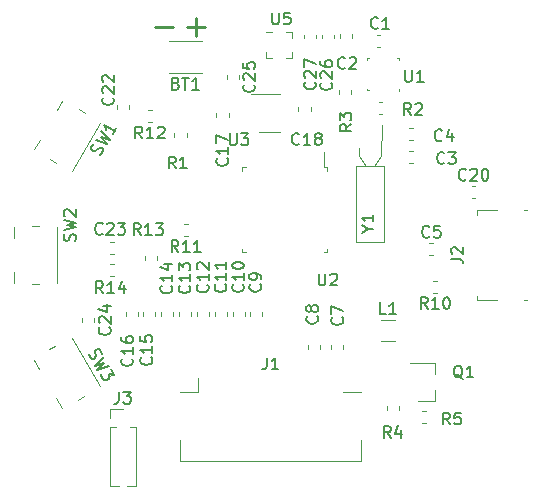
<source format=gbr>
G04 #@! TF.GenerationSoftware,KiCad,Pcbnew,5.1.8-1.fc33*
G04 #@! TF.CreationDate,2020-12-13T19:08:53+01:00*
G04 #@! TF.ProjectId,venom,76656e6f-6d2e-46b6-9963-61645f706362,rev?*
G04 #@! TF.SameCoordinates,Original*
G04 #@! TF.FileFunction,Legend,Top*
G04 #@! TF.FilePolarity,Positive*
%FSLAX46Y46*%
G04 Gerber Fmt 4.6, Leading zero omitted, Abs format (unit mm)*
G04 Created by KiCad (PCBNEW 5.1.8-1.fc33) date 2020-12-13 19:08:53*
%MOMM*%
%LPD*%
G01*
G04 APERTURE LIST*
%ADD10C,0.220000*%
%ADD11C,0.120000*%
%ADD12C,0.100000*%
%ADD13C,0.150000*%
G04 APERTURE END LIST*
D10*
X149728095Y-99482857D02*
X151251904Y-99482857D01*
X152400095Y-99456857D02*
X153923904Y-99456857D01*
X153162000Y-100218761D02*
X153162000Y-98694952D01*
D11*
X166755000Y-111274000D02*
X166755000Y-117674000D01*
X166755000Y-117674000D02*
X169155000Y-117674000D01*
X169155000Y-117674000D02*
X169155000Y-111274000D01*
X169155000Y-111274000D02*
X166755000Y-111274000D01*
X167605000Y-111274000D02*
X167005000Y-110374000D01*
X167005000Y-110374000D02*
X167005000Y-109702600D01*
X168305000Y-111274000D02*
X168905000Y-110374000D01*
X168905000Y-110374000D02*
X168910000Y-107797600D01*
D12*
X170370000Y-102120000D02*
X170220000Y-102120000D01*
X170370000Y-102130000D02*
X170370000Y-102280000D01*
X167670000Y-102130000D02*
X167670000Y-102280000D01*
X167670000Y-102130000D02*
X167820000Y-102130000D01*
X167820000Y-104830000D02*
X167670000Y-104830000D01*
X167670000Y-104830000D02*
X167670000Y-104680000D01*
X170370000Y-104680000D02*
X170370000Y-104930000D01*
D11*
X153350000Y-130410000D02*
X151860000Y-130410000D01*
X165670000Y-130410000D02*
X167160000Y-130410000D01*
X151860000Y-134470000D02*
X151860000Y-136210000D01*
X151860000Y-136210000D02*
X167160000Y-136210000D01*
X167160000Y-136210000D02*
X167160000Y-134470000D01*
X153350000Y-130410000D02*
X153350000Y-129210000D01*
X139482853Y-127649840D02*
X139945353Y-128450914D01*
X142687147Y-125799840D02*
X145037147Y-129870160D01*
X143723157Y-130744262D02*
X143246843Y-131019262D01*
X141273157Y-126500738D02*
X140796843Y-126775738D01*
X141370353Y-130919086D02*
X141832853Y-131720160D01*
X153692064Y-103400000D02*
X150887936Y-103400000D01*
X153692064Y-100680000D02*
X150887936Y-100680000D01*
X168818779Y-100150000D02*
X168493221Y-100150000D01*
X168818779Y-101170000D02*
X168493221Y-101170000D01*
X165400000Y-100422779D02*
X165400000Y-100097221D01*
X166420000Y-100422779D02*
X166420000Y-100097221D01*
X171257221Y-109930000D02*
X171582779Y-109930000D01*
X171257221Y-110950000D02*
X171582779Y-110950000D01*
X171277221Y-109060000D02*
X171602779Y-109060000D01*
X171277221Y-108040000D02*
X171602779Y-108040000D01*
X172967221Y-118790000D02*
X173292779Y-118790000D01*
X172967221Y-117770000D02*
X173292779Y-117770000D01*
X164630000Y-126762779D02*
X164630000Y-126437221D01*
X165650000Y-126762779D02*
X165650000Y-126437221D01*
X162720000Y-126742779D02*
X162720000Y-126417221D01*
X163740000Y-126742779D02*
X163740000Y-126417221D01*
X158830000Y-123942779D02*
X158830000Y-123617221D01*
X157810000Y-123942779D02*
X157810000Y-123617221D01*
X157320000Y-123942779D02*
X157320000Y-123617221D01*
X156300000Y-123942779D02*
X156300000Y-123617221D01*
X154790000Y-123942779D02*
X154790000Y-123617221D01*
X155810000Y-123942779D02*
X155810000Y-123617221D01*
X153280000Y-123932779D02*
X153280000Y-123607221D01*
X154300000Y-123932779D02*
X154300000Y-123607221D01*
X152790000Y-123932779D02*
X152790000Y-123607221D01*
X151770000Y-123932779D02*
X151770000Y-123607221D01*
X150260000Y-123932779D02*
X150260000Y-123607221D01*
X151280000Y-123932779D02*
X151280000Y-123607221D01*
X149770000Y-123932779D02*
X149770000Y-123607221D01*
X148750000Y-123932779D02*
X148750000Y-123607221D01*
X148260000Y-123932779D02*
X148260000Y-123607221D01*
X147240000Y-123932779D02*
X147240000Y-123607221D01*
X154938000Y-106771221D02*
X154938000Y-107096779D01*
X155958000Y-106771221D02*
X155958000Y-107096779D01*
X161880000Y-106612779D02*
X161880000Y-106287221D01*
X162900000Y-106612779D02*
X162900000Y-106287221D01*
X173460000Y-131120000D02*
X173460000Y-130190000D01*
X173460000Y-127960000D02*
X173460000Y-128890000D01*
X173460000Y-127960000D02*
X171300000Y-127960000D01*
X173460000Y-131120000D02*
X172000000Y-131120000D01*
X152402000Y-108439721D02*
X152402000Y-108765279D01*
X151382000Y-108439721D02*
X151382000Y-108765279D01*
X168992779Y-105860000D02*
X168667221Y-105860000D01*
X168992779Y-106880000D02*
X168667221Y-106880000D01*
X165280000Y-105102779D02*
X165280000Y-104777221D01*
X166300000Y-105102779D02*
X166300000Y-104777221D01*
X170360000Y-131537221D02*
X170360000Y-131862779D01*
X169340000Y-131537221D02*
X169340000Y-131862779D01*
X172317221Y-133010000D02*
X172642779Y-133010000D01*
X172317221Y-131990000D02*
X172642779Y-131990000D01*
X141872853Y-105739840D02*
X141410353Y-106540914D01*
X145077147Y-107589840D02*
X142727147Y-111660160D01*
X141313157Y-110959262D02*
X140836843Y-110684262D01*
X143763157Y-106715738D02*
X143286843Y-106440738D01*
X139985353Y-109009086D02*
X139522853Y-109810160D01*
X137760000Y-120205000D02*
X137760000Y-121130000D01*
X139885000Y-116330000D02*
X139335000Y-116330000D01*
X139885000Y-121230000D02*
X139335000Y-121230000D01*
X141460000Y-116430000D02*
X141460000Y-121130000D01*
X137760000Y-116430000D02*
X137760000Y-117355000D01*
X158510000Y-108390000D02*
X160310000Y-108390000D01*
X160310000Y-105170000D02*
X157860000Y-105170000D01*
X176960000Y-114970000D02*
X176960000Y-115350000D01*
X181010000Y-114970000D02*
X181270000Y-114970000D01*
X176960000Y-114970000D02*
X178730000Y-114970000D01*
X176960000Y-122590000D02*
X176960000Y-122210000D01*
X178730000Y-122590000D02*
X176960000Y-122590000D01*
X181270000Y-122590000D02*
X181010000Y-122590000D01*
X173612779Y-120940000D02*
X173287221Y-120940000D01*
X173612779Y-121960000D02*
X173287221Y-121960000D01*
X152512779Y-117160000D02*
X152187221Y-117160000D01*
X152512779Y-116140000D02*
X152187221Y-116140000D01*
X157100000Y-118250000D02*
X157100000Y-118550000D01*
X157100000Y-118550000D02*
X157400000Y-118550000D01*
X157100000Y-111630000D02*
X157100000Y-111330000D01*
X157100000Y-111330000D02*
X157400000Y-111330000D01*
X164320000Y-118250000D02*
X164320000Y-118550000D01*
X164320000Y-118550000D02*
X164020000Y-118550000D01*
X164320000Y-111630000D02*
X164320000Y-111330000D01*
X164320000Y-111330000D02*
X164020000Y-111330000D01*
X164020000Y-111330000D02*
X164020000Y-110015000D01*
X176537221Y-113960000D02*
X176862779Y-113960000D01*
X176537221Y-112940000D02*
X176862779Y-112940000D01*
X146500000Y-106432779D02*
X146500000Y-106107221D01*
X147520000Y-106432779D02*
X147520000Y-106107221D01*
X146252779Y-117710000D02*
X145927221Y-117710000D01*
X146252779Y-118730000D02*
X145927221Y-118730000D01*
X144600000Y-124107221D02*
X144600000Y-124432779D01*
X143580000Y-124107221D02*
X143580000Y-124432779D01*
X149442779Y-107530000D02*
X149117221Y-107530000D01*
X149442779Y-106510000D02*
X149117221Y-106510000D01*
X149930000Y-119162779D02*
X149930000Y-118837221D01*
X148910000Y-119162779D02*
X148910000Y-118837221D01*
X146252779Y-120540000D02*
X145927221Y-120540000D01*
X146252779Y-119520000D02*
X145927221Y-119520000D01*
X168847936Y-124240000D02*
X170052064Y-124240000D01*
X168847936Y-126060000D02*
X170052064Y-126060000D01*
X145902660Y-138368080D02*
X146705130Y-138368080D01*
X147320190Y-138368080D02*
X148122660Y-138368080D01*
X145902660Y-133353080D02*
X145902660Y-138368080D01*
X148122660Y-133353080D02*
X148122660Y-138368080D01*
X145902660Y-133353080D02*
X146449189Y-133353080D01*
X147576131Y-133353080D02*
X148122660Y-133353080D01*
X145902660Y-132593080D02*
X145902660Y-131833080D01*
X145902660Y-131833080D02*
X147012660Y-131833080D01*
X159100000Y-99900000D02*
X159100000Y-99900000D01*
X159600000Y-99900000D02*
X159100000Y-99900000D01*
X159100000Y-101600000D02*
X159100000Y-101600000D01*
X159100000Y-102100000D02*
X159100000Y-101600000D01*
X159600000Y-102100000D02*
X159100000Y-102100000D01*
X160800000Y-102100000D02*
X160800000Y-102100000D01*
X161300000Y-102100000D02*
X160800000Y-102100000D01*
X161300000Y-101600000D02*
X161300000Y-102100000D01*
X161300000Y-100400000D02*
X161300000Y-100400000D01*
X161300000Y-99900000D02*
X161300000Y-100400000D01*
X160800000Y-99900000D02*
X161300000Y-99900000D01*
X156810000Y-103559420D02*
X156810000Y-103840580D01*
X155790000Y-103559420D02*
X155790000Y-103840580D01*
X164900000Y-100405580D02*
X164900000Y-100124420D01*
X163880000Y-100405580D02*
X163880000Y-100124420D01*
X163380000Y-100400580D02*
X163380000Y-100119420D01*
X162360000Y-100400580D02*
X162360000Y-100119420D01*
D13*
X167743190Y-116554190D02*
X168219380Y-116554190D01*
X167219380Y-116887523D02*
X167743190Y-116554190D01*
X167219380Y-116220857D01*
X168219380Y-115363714D02*
X168219380Y-115935142D01*
X168219380Y-115649428D02*
X167219380Y-115649428D01*
X167362238Y-115744666D01*
X167457476Y-115839904D01*
X167505095Y-115935142D01*
X170898095Y-103122380D02*
X170898095Y-103931904D01*
X170945714Y-104027142D01*
X170993333Y-104074761D01*
X171088571Y-104122380D01*
X171279047Y-104122380D01*
X171374285Y-104074761D01*
X171421904Y-104027142D01*
X171469523Y-103931904D01*
X171469523Y-103122380D01*
X172469523Y-104122380D02*
X171898095Y-104122380D01*
X172183809Y-104122380D02*
X172183809Y-103122380D01*
X172088571Y-103265238D01*
X171993333Y-103360476D01*
X171898095Y-103408095D01*
X159176666Y-127462380D02*
X159176666Y-128176666D01*
X159129047Y-128319523D01*
X159033809Y-128414761D01*
X158890952Y-128462380D01*
X158795714Y-128462380D01*
X160176666Y-128462380D02*
X159605238Y-128462380D01*
X159890952Y-128462380D02*
X159890952Y-127462380D01*
X159795714Y-127605238D01*
X159700476Y-127700476D01*
X159605238Y-127748095D01*
X144142799Y-127127680D02*
X144172988Y-127275207D01*
X144292036Y-127481404D01*
X144380894Y-127540073D01*
X144445943Y-127557503D01*
X144552231Y-127551123D01*
X144634710Y-127503504D01*
X144693379Y-127414646D01*
X144710808Y-127349597D01*
X144704429Y-127243309D01*
X144650430Y-127054542D01*
X144644050Y-126948254D01*
X144661480Y-126883205D01*
X144720149Y-126794347D01*
X144802628Y-126746728D01*
X144908916Y-126740348D01*
X144973965Y-126757778D01*
X145062823Y-126816447D01*
X145181871Y-127022643D01*
X145212060Y-127170171D01*
X145419966Y-127435036D02*
X144672988Y-128141233D01*
X145386816Y-127949047D01*
X144863464Y-128471147D01*
X145848537Y-128177344D01*
X145991394Y-128424780D02*
X146300918Y-128960891D01*
X145804337Y-128862692D01*
X145875766Y-128986409D01*
X145882145Y-129092698D01*
X145864716Y-129157746D01*
X145806047Y-129246605D01*
X145599850Y-129365652D01*
X145493562Y-129372032D01*
X145428513Y-129354602D01*
X145339655Y-129295933D01*
X145196798Y-129048497D01*
X145190418Y-128942209D01*
X145207848Y-128877161D01*
X151504285Y-104248571D02*
X151647142Y-104296190D01*
X151694761Y-104343809D01*
X151742380Y-104439047D01*
X151742380Y-104581904D01*
X151694761Y-104677142D01*
X151647142Y-104724761D01*
X151551904Y-104772380D01*
X151170952Y-104772380D01*
X151170952Y-103772380D01*
X151504285Y-103772380D01*
X151599523Y-103820000D01*
X151647142Y-103867619D01*
X151694761Y-103962857D01*
X151694761Y-104058095D01*
X151647142Y-104153333D01*
X151599523Y-104200952D01*
X151504285Y-104248571D01*
X151170952Y-104248571D01*
X152028095Y-103772380D02*
X152599523Y-103772380D01*
X152313809Y-104772380D02*
X152313809Y-103772380D01*
X153456666Y-104772380D02*
X152885238Y-104772380D01*
X153170952Y-104772380D02*
X153170952Y-103772380D01*
X153075714Y-103915238D01*
X152980476Y-104010476D01*
X152885238Y-104058095D01*
X168603333Y-99547142D02*
X168555714Y-99594761D01*
X168412857Y-99642380D01*
X168317619Y-99642380D01*
X168174761Y-99594761D01*
X168079523Y-99499523D01*
X168031904Y-99404285D01*
X167984285Y-99213809D01*
X167984285Y-99070952D01*
X168031904Y-98880476D01*
X168079523Y-98785238D01*
X168174761Y-98690000D01*
X168317619Y-98642380D01*
X168412857Y-98642380D01*
X168555714Y-98690000D01*
X168603333Y-98737619D01*
X169555714Y-99642380D02*
X168984285Y-99642380D01*
X169270000Y-99642380D02*
X169270000Y-98642380D01*
X169174761Y-98785238D01*
X169079523Y-98880476D01*
X168984285Y-98928095D01*
X165823333Y-102937142D02*
X165775714Y-102984761D01*
X165632857Y-103032380D01*
X165537619Y-103032380D01*
X165394761Y-102984761D01*
X165299523Y-102889523D01*
X165251904Y-102794285D01*
X165204285Y-102603809D01*
X165204285Y-102460952D01*
X165251904Y-102270476D01*
X165299523Y-102175238D01*
X165394761Y-102080000D01*
X165537619Y-102032380D01*
X165632857Y-102032380D01*
X165775714Y-102080000D01*
X165823333Y-102127619D01*
X166204285Y-102127619D02*
X166251904Y-102080000D01*
X166347142Y-102032380D01*
X166585238Y-102032380D01*
X166680476Y-102080000D01*
X166728095Y-102127619D01*
X166775714Y-102222857D01*
X166775714Y-102318095D01*
X166728095Y-102460952D01*
X166156666Y-103032380D01*
X166775714Y-103032380D01*
X174233333Y-110967142D02*
X174185714Y-111014761D01*
X174042857Y-111062380D01*
X173947619Y-111062380D01*
X173804761Y-111014761D01*
X173709523Y-110919523D01*
X173661904Y-110824285D01*
X173614285Y-110633809D01*
X173614285Y-110490952D01*
X173661904Y-110300476D01*
X173709523Y-110205238D01*
X173804761Y-110110000D01*
X173947619Y-110062380D01*
X174042857Y-110062380D01*
X174185714Y-110110000D01*
X174233333Y-110157619D01*
X174566666Y-110062380D02*
X175185714Y-110062380D01*
X174852380Y-110443333D01*
X174995238Y-110443333D01*
X175090476Y-110490952D01*
X175138095Y-110538571D01*
X175185714Y-110633809D01*
X175185714Y-110871904D01*
X175138095Y-110967142D01*
X175090476Y-111014761D01*
X174995238Y-111062380D01*
X174709523Y-111062380D01*
X174614285Y-111014761D01*
X174566666Y-110967142D01*
X174033333Y-109047142D02*
X173985714Y-109094761D01*
X173842857Y-109142380D01*
X173747619Y-109142380D01*
X173604761Y-109094761D01*
X173509523Y-108999523D01*
X173461904Y-108904285D01*
X173414285Y-108713809D01*
X173414285Y-108570952D01*
X173461904Y-108380476D01*
X173509523Y-108285238D01*
X173604761Y-108190000D01*
X173747619Y-108142380D01*
X173842857Y-108142380D01*
X173985714Y-108190000D01*
X174033333Y-108237619D01*
X174890476Y-108475714D02*
X174890476Y-109142380D01*
X174652380Y-108094761D02*
X174414285Y-108809047D01*
X175033333Y-108809047D01*
X172963333Y-117207142D02*
X172915714Y-117254761D01*
X172772857Y-117302380D01*
X172677619Y-117302380D01*
X172534761Y-117254761D01*
X172439523Y-117159523D01*
X172391904Y-117064285D01*
X172344285Y-116873809D01*
X172344285Y-116730952D01*
X172391904Y-116540476D01*
X172439523Y-116445238D01*
X172534761Y-116350000D01*
X172677619Y-116302380D01*
X172772857Y-116302380D01*
X172915714Y-116350000D01*
X172963333Y-116397619D01*
X173868095Y-116302380D02*
X173391904Y-116302380D01*
X173344285Y-116778571D01*
X173391904Y-116730952D01*
X173487142Y-116683333D01*
X173725238Y-116683333D01*
X173820476Y-116730952D01*
X173868095Y-116778571D01*
X173915714Y-116873809D01*
X173915714Y-117111904D01*
X173868095Y-117207142D01*
X173820476Y-117254761D01*
X173725238Y-117302380D01*
X173487142Y-117302380D01*
X173391904Y-117254761D01*
X173344285Y-117207142D01*
X165567142Y-124066666D02*
X165614761Y-124114285D01*
X165662380Y-124257142D01*
X165662380Y-124352380D01*
X165614761Y-124495238D01*
X165519523Y-124590476D01*
X165424285Y-124638095D01*
X165233809Y-124685714D01*
X165090952Y-124685714D01*
X164900476Y-124638095D01*
X164805238Y-124590476D01*
X164710000Y-124495238D01*
X164662380Y-124352380D01*
X164662380Y-124257142D01*
X164710000Y-124114285D01*
X164757619Y-124066666D01*
X164662380Y-123733333D02*
X164662380Y-123066666D01*
X165662380Y-123495238D01*
X163447142Y-123966666D02*
X163494761Y-124014285D01*
X163542380Y-124157142D01*
X163542380Y-124252380D01*
X163494761Y-124395238D01*
X163399523Y-124490476D01*
X163304285Y-124538095D01*
X163113809Y-124585714D01*
X162970952Y-124585714D01*
X162780476Y-124538095D01*
X162685238Y-124490476D01*
X162590000Y-124395238D01*
X162542380Y-124252380D01*
X162542380Y-124157142D01*
X162590000Y-124014285D01*
X162637619Y-123966666D01*
X162970952Y-123395238D02*
X162923333Y-123490476D01*
X162875714Y-123538095D01*
X162780476Y-123585714D01*
X162732857Y-123585714D01*
X162637619Y-123538095D01*
X162590000Y-123490476D01*
X162542380Y-123395238D01*
X162542380Y-123204761D01*
X162590000Y-123109523D01*
X162637619Y-123061904D01*
X162732857Y-123014285D01*
X162780476Y-123014285D01*
X162875714Y-123061904D01*
X162923333Y-123109523D01*
X162970952Y-123204761D01*
X162970952Y-123395238D01*
X163018571Y-123490476D01*
X163066190Y-123538095D01*
X163161428Y-123585714D01*
X163351904Y-123585714D01*
X163447142Y-123538095D01*
X163494761Y-123490476D01*
X163542380Y-123395238D01*
X163542380Y-123204761D01*
X163494761Y-123109523D01*
X163447142Y-123061904D01*
X163351904Y-123014285D01*
X163161428Y-123014285D01*
X163066190Y-123061904D01*
X163018571Y-123109523D01*
X162970952Y-123204761D01*
X158637142Y-121256666D02*
X158684761Y-121304285D01*
X158732380Y-121447142D01*
X158732380Y-121542380D01*
X158684761Y-121685238D01*
X158589523Y-121780476D01*
X158494285Y-121828095D01*
X158303809Y-121875714D01*
X158160952Y-121875714D01*
X157970476Y-121828095D01*
X157875238Y-121780476D01*
X157780000Y-121685238D01*
X157732380Y-121542380D01*
X157732380Y-121447142D01*
X157780000Y-121304285D01*
X157827619Y-121256666D01*
X158732380Y-120780476D02*
X158732380Y-120590000D01*
X158684761Y-120494761D01*
X158637142Y-120447142D01*
X158494285Y-120351904D01*
X158303809Y-120304285D01*
X157922857Y-120304285D01*
X157827619Y-120351904D01*
X157780000Y-120399523D01*
X157732380Y-120494761D01*
X157732380Y-120685238D01*
X157780000Y-120780476D01*
X157827619Y-120828095D01*
X157922857Y-120875714D01*
X158160952Y-120875714D01*
X158256190Y-120828095D01*
X158303809Y-120780476D01*
X158351428Y-120685238D01*
X158351428Y-120494761D01*
X158303809Y-120399523D01*
X158256190Y-120351904D01*
X158160952Y-120304285D01*
X157167142Y-121272857D02*
X157214761Y-121320476D01*
X157262380Y-121463333D01*
X157262380Y-121558571D01*
X157214761Y-121701428D01*
X157119523Y-121796666D01*
X157024285Y-121844285D01*
X156833809Y-121891904D01*
X156690952Y-121891904D01*
X156500476Y-121844285D01*
X156405238Y-121796666D01*
X156310000Y-121701428D01*
X156262380Y-121558571D01*
X156262380Y-121463333D01*
X156310000Y-121320476D01*
X156357619Y-121272857D01*
X157262380Y-120320476D02*
X157262380Y-120891904D01*
X157262380Y-120606190D02*
X156262380Y-120606190D01*
X156405238Y-120701428D01*
X156500476Y-120796666D01*
X156548095Y-120891904D01*
X156262380Y-119701428D02*
X156262380Y-119606190D01*
X156310000Y-119510952D01*
X156357619Y-119463333D01*
X156452857Y-119415714D01*
X156643333Y-119368095D01*
X156881428Y-119368095D01*
X157071904Y-119415714D01*
X157167142Y-119463333D01*
X157214761Y-119510952D01*
X157262380Y-119606190D01*
X157262380Y-119701428D01*
X157214761Y-119796666D01*
X157167142Y-119844285D01*
X157071904Y-119891904D01*
X156881428Y-119939523D01*
X156643333Y-119939523D01*
X156452857Y-119891904D01*
X156357619Y-119844285D01*
X156310000Y-119796666D01*
X156262380Y-119701428D01*
X155677142Y-121272857D02*
X155724761Y-121320476D01*
X155772380Y-121463333D01*
X155772380Y-121558571D01*
X155724761Y-121701428D01*
X155629523Y-121796666D01*
X155534285Y-121844285D01*
X155343809Y-121891904D01*
X155200952Y-121891904D01*
X155010476Y-121844285D01*
X154915238Y-121796666D01*
X154820000Y-121701428D01*
X154772380Y-121558571D01*
X154772380Y-121463333D01*
X154820000Y-121320476D01*
X154867619Y-121272857D01*
X155772380Y-120320476D02*
X155772380Y-120891904D01*
X155772380Y-120606190D02*
X154772380Y-120606190D01*
X154915238Y-120701428D01*
X155010476Y-120796666D01*
X155058095Y-120891904D01*
X155772380Y-119368095D02*
X155772380Y-119939523D01*
X155772380Y-119653809D02*
X154772380Y-119653809D01*
X154915238Y-119749047D01*
X155010476Y-119844285D01*
X155058095Y-119939523D01*
X154167142Y-121302857D02*
X154214761Y-121350476D01*
X154262380Y-121493333D01*
X154262380Y-121588571D01*
X154214761Y-121731428D01*
X154119523Y-121826666D01*
X154024285Y-121874285D01*
X153833809Y-121921904D01*
X153690952Y-121921904D01*
X153500476Y-121874285D01*
X153405238Y-121826666D01*
X153310000Y-121731428D01*
X153262380Y-121588571D01*
X153262380Y-121493333D01*
X153310000Y-121350476D01*
X153357619Y-121302857D01*
X154262380Y-120350476D02*
X154262380Y-120921904D01*
X154262380Y-120636190D02*
X153262380Y-120636190D01*
X153405238Y-120731428D01*
X153500476Y-120826666D01*
X153548095Y-120921904D01*
X153357619Y-119969523D02*
X153310000Y-119921904D01*
X153262380Y-119826666D01*
X153262380Y-119588571D01*
X153310000Y-119493333D01*
X153357619Y-119445714D01*
X153452857Y-119398095D01*
X153548095Y-119398095D01*
X153690952Y-119445714D01*
X154262380Y-120017142D01*
X154262380Y-119398095D01*
X152637142Y-121372857D02*
X152684761Y-121420476D01*
X152732380Y-121563333D01*
X152732380Y-121658571D01*
X152684761Y-121801428D01*
X152589523Y-121896666D01*
X152494285Y-121944285D01*
X152303809Y-121991904D01*
X152160952Y-121991904D01*
X151970476Y-121944285D01*
X151875238Y-121896666D01*
X151780000Y-121801428D01*
X151732380Y-121658571D01*
X151732380Y-121563333D01*
X151780000Y-121420476D01*
X151827619Y-121372857D01*
X152732380Y-120420476D02*
X152732380Y-120991904D01*
X152732380Y-120706190D02*
X151732380Y-120706190D01*
X151875238Y-120801428D01*
X151970476Y-120896666D01*
X152018095Y-120991904D01*
X151732380Y-120087142D02*
X151732380Y-119468095D01*
X152113333Y-119801428D01*
X152113333Y-119658571D01*
X152160952Y-119563333D01*
X152208571Y-119515714D01*
X152303809Y-119468095D01*
X152541904Y-119468095D01*
X152637142Y-119515714D01*
X152684761Y-119563333D01*
X152732380Y-119658571D01*
X152732380Y-119944285D01*
X152684761Y-120039523D01*
X152637142Y-120087142D01*
X151097142Y-121382857D02*
X151144761Y-121430476D01*
X151192380Y-121573333D01*
X151192380Y-121668571D01*
X151144761Y-121811428D01*
X151049523Y-121906666D01*
X150954285Y-121954285D01*
X150763809Y-122001904D01*
X150620952Y-122001904D01*
X150430476Y-121954285D01*
X150335238Y-121906666D01*
X150240000Y-121811428D01*
X150192380Y-121668571D01*
X150192380Y-121573333D01*
X150240000Y-121430476D01*
X150287619Y-121382857D01*
X151192380Y-120430476D02*
X151192380Y-121001904D01*
X151192380Y-120716190D02*
X150192380Y-120716190D01*
X150335238Y-120811428D01*
X150430476Y-120906666D01*
X150478095Y-121001904D01*
X150525714Y-119573333D02*
X151192380Y-119573333D01*
X150144761Y-119811428D02*
X150859047Y-120049523D01*
X150859047Y-119430476D01*
X149407142Y-127452857D02*
X149454761Y-127500476D01*
X149502380Y-127643333D01*
X149502380Y-127738571D01*
X149454761Y-127881428D01*
X149359523Y-127976666D01*
X149264285Y-128024285D01*
X149073809Y-128071904D01*
X148930952Y-128071904D01*
X148740476Y-128024285D01*
X148645238Y-127976666D01*
X148550000Y-127881428D01*
X148502380Y-127738571D01*
X148502380Y-127643333D01*
X148550000Y-127500476D01*
X148597619Y-127452857D01*
X149502380Y-126500476D02*
X149502380Y-127071904D01*
X149502380Y-126786190D02*
X148502380Y-126786190D01*
X148645238Y-126881428D01*
X148740476Y-126976666D01*
X148788095Y-127071904D01*
X148502380Y-125595714D02*
X148502380Y-126071904D01*
X148978571Y-126119523D01*
X148930952Y-126071904D01*
X148883333Y-125976666D01*
X148883333Y-125738571D01*
X148930952Y-125643333D01*
X148978571Y-125595714D01*
X149073809Y-125548095D01*
X149311904Y-125548095D01*
X149407142Y-125595714D01*
X149454761Y-125643333D01*
X149502380Y-125738571D01*
X149502380Y-125976666D01*
X149454761Y-126071904D01*
X149407142Y-126119523D01*
X147777142Y-127552857D02*
X147824761Y-127600476D01*
X147872380Y-127743333D01*
X147872380Y-127838571D01*
X147824761Y-127981428D01*
X147729523Y-128076666D01*
X147634285Y-128124285D01*
X147443809Y-128171904D01*
X147300952Y-128171904D01*
X147110476Y-128124285D01*
X147015238Y-128076666D01*
X146920000Y-127981428D01*
X146872380Y-127838571D01*
X146872380Y-127743333D01*
X146920000Y-127600476D01*
X146967619Y-127552857D01*
X147872380Y-126600476D02*
X147872380Y-127171904D01*
X147872380Y-126886190D02*
X146872380Y-126886190D01*
X147015238Y-126981428D01*
X147110476Y-127076666D01*
X147158095Y-127171904D01*
X146872380Y-125743333D02*
X146872380Y-125933809D01*
X146920000Y-126029047D01*
X146967619Y-126076666D01*
X147110476Y-126171904D01*
X147300952Y-126219523D01*
X147681904Y-126219523D01*
X147777142Y-126171904D01*
X147824761Y-126124285D01*
X147872380Y-126029047D01*
X147872380Y-125838571D01*
X147824761Y-125743333D01*
X147777142Y-125695714D01*
X147681904Y-125648095D01*
X147443809Y-125648095D01*
X147348571Y-125695714D01*
X147300952Y-125743333D01*
X147253333Y-125838571D01*
X147253333Y-126029047D01*
X147300952Y-126124285D01*
X147348571Y-126171904D01*
X147443809Y-126219523D01*
X155825142Y-110596857D02*
X155872761Y-110644476D01*
X155920380Y-110787333D01*
X155920380Y-110882571D01*
X155872761Y-111025428D01*
X155777523Y-111120666D01*
X155682285Y-111168285D01*
X155491809Y-111215904D01*
X155348952Y-111215904D01*
X155158476Y-111168285D01*
X155063238Y-111120666D01*
X154968000Y-111025428D01*
X154920380Y-110882571D01*
X154920380Y-110787333D01*
X154968000Y-110644476D01*
X155015619Y-110596857D01*
X155920380Y-109644476D02*
X155920380Y-110215904D01*
X155920380Y-109930190D02*
X154920380Y-109930190D01*
X155063238Y-110025428D01*
X155158476Y-110120666D01*
X155206095Y-110215904D01*
X154920380Y-109311142D02*
X154920380Y-108644476D01*
X155920380Y-109073047D01*
X161927142Y-109367142D02*
X161879523Y-109414761D01*
X161736666Y-109462380D01*
X161641428Y-109462380D01*
X161498571Y-109414761D01*
X161403333Y-109319523D01*
X161355714Y-109224285D01*
X161308095Y-109033809D01*
X161308095Y-108890952D01*
X161355714Y-108700476D01*
X161403333Y-108605238D01*
X161498571Y-108510000D01*
X161641428Y-108462380D01*
X161736666Y-108462380D01*
X161879523Y-108510000D01*
X161927142Y-108557619D01*
X162879523Y-109462380D02*
X162308095Y-109462380D01*
X162593809Y-109462380D02*
X162593809Y-108462380D01*
X162498571Y-108605238D01*
X162403333Y-108700476D01*
X162308095Y-108748095D01*
X163450952Y-108890952D02*
X163355714Y-108843333D01*
X163308095Y-108795714D01*
X163260476Y-108700476D01*
X163260476Y-108652857D01*
X163308095Y-108557619D01*
X163355714Y-108510000D01*
X163450952Y-108462380D01*
X163641428Y-108462380D01*
X163736666Y-108510000D01*
X163784285Y-108557619D01*
X163831904Y-108652857D01*
X163831904Y-108700476D01*
X163784285Y-108795714D01*
X163736666Y-108843333D01*
X163641428Y-108890952D01*
X163450952Y-108890952D01*
X163355714Y-108938571D01*
X163308095Y-108986190D01*
X163260476Y-109081428D01*
X163260476Y-109271904D01*
X163308095Y-109367142D01*
X163355714Y-109414761D01*
X163450952Y-109462380D01*
X163641428Y-109462380D01*
X163736666Y-109414761D01*
X163784285Y-109367142D01*
X163831904Y-109271904D01*
X163831904Y-109081428D01*
X163784285Y-108986190D01*
X163736666Y-108938571D01*
X163641428Y-108890952D01*
X175774761Y-129237619D02*
X175679523Y-129190000D01*
X175584285Y-129094761D01*
X175441428Y-128951904D01*
X175346190Y-128904285D01*
X175250952Y-128904285D01*
X175298571Y-129142380D02*
X175203333Y-129094761D01*
X175108095Y-128999523D01*
X175060476Y-128809047D01*
X175060476Y-128475714D01*
X175108095Y-128285238D01*
X175203333Y-128190000D01*
X175298571Y-128142380D01*
X175489047Y-128142380D01*
X175584285Y-128190000D01*
X175679523Y-128285238D01*
X175727142Y-128475714D01*
X175727142Y-128809047D01*
X175679523Y-128999523D01*
X175584285Y-129094761D01*
X175489047Y-129142380D01*
X175298571Y-129142380D01*
X176679523Y-129142380D02*
X176108095Y-129142380D01*
X176393809Y-129142380D02*
X176393809Y-128142380D01*
X176298571Y-128285238D01*
X176203333Y-128380476D01*
X176108095Y-128428095D01*
X151471333Y-111450380D02*
X151138000Y-110974190D01*
X150899904Y-111450380D02*
X150899904Y-110450380D01*
X151280857Y-110450380D01*
X151376095Y-110498000D01*
X151423714Y-110545619D01*
X151471333Y-110640857D01*
X151471333Y-110783714D01*
X151423714Y-110878952D01*
X151376095Y-110926571D01*
X151280857Y-110974190D01*
X150899904Y-110974190D01*
X152423714Y-111450380D02*
X151852285Y-111450380D01*
X152138000Y-111450380D02*
X152138000Y-110450380D01*
X152042761Y-110593238D01*
X151947523Y-110688476D01*
X151852285Y-110736095D01*
X171403333Y-106922380D02*
X171070000Y-106446190D01*
X170831904Y-106922380D02*
X170831904Y-105922380D01*
X171212857Y-105922380D01*
X171308095Y-105970000D01*
X171355714Y-106017619D01*
X171403333Y-106112857D01*
X171403333Y-106255714D01*
X171355714Y-106350952D01*
X171308095Y-106398571D01*
X171212857Y-106446190D01*
X170831904Y-106446190D01*
X171784285Y-106017619D02*
X171831904Y-105970000D01*
X171927142Y-105922380D01*
X172165238Y-105922380D01*
X172260476Y-105970000D01*
X172308095Y-106017619D01*
X172355714Y-106112857D01*
X172355714Y-106208095D01*
X172308095Y-106350952D01*
X171736666Y-106922380D01*
X172355714Y-106922380D01*
X166362380Y-107686666D02*
X165886190Y-108020000D01*
X166362380Y-108258095D02*
X165362380Y-108258095D01*
X165362380Y-107877142D01*
X165410000Y-107781904D01*
X165457619Y-107734285D01*
X165552857Y-107686666D01*
X165695714Y-107686666D01*
X165790952Y-107734285D01*
X165838571Y-107781904D01*
X165886190Y-107877142D01*
X165886190Y-108258095D01*
X165362380Y-107353333D02*
X165362380Y-106734285D01*
X165743333Y-107067619D01*
X165743333Y-106924761D01*
X165790952Y-106829523D01*
X165838571Y-106781904D01*
X165933809Y-106734285D01*
X166171904Y-106734285D01*
X166267142Y-106781904D01*
X166314761Y-106829523D01*
X166362380Y-106924761D01*
X166362380Y-107210476D01*
X166314761Y-107305714D01*
X166267142Y-107353333D01*
X169683333Y-134252380D02*
X169350000Y-133776190D01*
X169111904Y-134252380D02*
X169111904Y-133252380D01*
X169492857Y-133252380D01*
X169588095Y-133300000D01*
X169635714Y-133347619D01*
X169683333Y-133442857D01*
X169683333Y-133585714D01*
X169635714Y-133680952D01*
X169588095Y-133728571D01*
X169492857Y-133776190D01*
X169111904Y-133776190D01*
X170540476Y-133585714D02*
X170540476Y-134252380D01*
X170302380Y-133204761D02*
X170064285Y-133919047D01*
X170683333Y-133919047D01*
X174703333Y-133122380D02*
X174370000Y-132646190D01*
X174131904Y-133122380D02*
X174131904Y-132122380D01*
X174512857Y-132122380D01*
X174608095Y-132170000D01*
X174655714Y-132217619D01*
X174703333Y-132312857D01*
X174703333Y-132455714D01*
X174655714Y-132550952D01*
X174608095Y-132598571D01*
X174512857Y-132646190D01*
X174131904Y-132646190D01*
X175608095Y-132122380D02*
X175131904Y-132122380D01*
X175084285Y-132598571D01*
X175131904Y-132550952D01*
X175227142Y-132503333D01*
X175465238Y-132503333D01*
X175560476Y-132550952D01*
X175608095Y-132598571D01*
X175655714Y-132693809D01*
X175655714Y-132931904D01*
X175608095Y-133027142D01*
X175560476Y-133074761D01*
X175465238Y-133122380D01*
X175227142Y-133122380D01*
X175131904Y-133074761D01*
X175084285Y-133027142D01*
X145083867Y-110307081D02*
X145196535Y-110207173D01*
X145315582Y-110000976D01*
X145321962Y-109894688D01*
X145304532Y-109829639D01*
X145245863Y-109740781D01*
X145163385Y-109693162D01*
X145057097Y-109686782D01*
X144992048Y-109704212D01*
X144903189Y-109762881D01*
X144766712Y-109904029D01*
X144677854Y-109962698D01*
X144612805Y-109980127D01*
X144506517Y-109973748D01*
X144424038Y-109926129D01*
X144365369Y-109837270D01*
X144347939Y-109772221D01*
X144354319Y-109665933D01*
X144473367Y-109459737D01*
X144586034Y-109359828D01*
X144711462Y-109047344D02*
X145696535Y-109341147D01*
X145173183Y-108819047D01*
X145887011Y-109011233D01*
X145140033Y-108305036D01*
X146458440Y-108021489D02*
X146172725Y-108516361D01*
X146315582Y-108268925D02*
X145449557Y-107768925D01*
X145525656Y-107922832D01*
X145560515Y-108052930D01*
X145554136Y-108159218D01*
X142954761Y-117583333D02*
X143002380Y-117440476D01*
X143002380Y-117202380D01*
X142954761Y-117107142D01*
X142907142Y-117059523D01*
X142811904Y-117011904D01*
X142716666Y-117011904D01*
X142621428Y-117059523D01*
X142573809Y-117107142D01*
X142526190Y-117202380D01*
X142478571Y-117392857D01*
X142430952Y-117488095D01*
X142383333Y-117535714D01*
X142288095Y-117583333D01*
X142192857Y-117583333D01*
X142097619Y-117535714D01*
X142050000Y-117488095D01*
X142002380Y-117392857D01*
X142002380Y-117154761D01*
X142050000Y-117011904D01*
X142002380Y-116678571D02*
X143002380Y-116440476D01*
X142288095Y-116250000D01*
X143002380Y-116059523D01*
X142002380Y-115821428D01*
X142097619Y-115488095D02*
X142050000Y-115440476D01*
X142002380Y-115345238D01*
X142002380Y-115107142D01*
X142050000Y-115011904D01*
X142097619Y-114964285D01*
X142192857Y-114916666D01*
X142288095Y-114916666D01*
X142430952Y-114964285D01*
X143002380Y-115535714D01*
X143002380Y-114916666D01*
X156068095Y-108482380D02*
X156068095Y-109291904D01*
X156115714Y-109387142D01*
X156163333Y-109434761D01*
X156258571Y-109482380D01*
X156449047Y-109482380D01*
X156544285Y-109434761D01*
X156591904Y-109387142D01*
X156639523Y-109291904D01*
X156639523Y-108482380D01*
X157020476Y-108482380D02*
X157639523Y-108482380D01*
X157306190Y-108863333D01*
X157449047Y-108863333D01*
X157544285Y-108910952D01*
X157591904Y-108958571D01*
X157639523Y-109053809D01*
X157639523Y-109291904D01*
X157591904Y-109387142D01*
X157544285Y-109434761D01*
X157449047Y-109482380D01*
X157163333Y-109482380D01*
X157068095Y-109434761D01*
X157020476Y-109387142D01*
X174822380Y-119113333D02*
X175536666Y-119113333D01*
X175679523Y-119160952D01*
X175774761Y-119256190D01*
X175822380Y-119399047D01*
X175822380Y-119494285D01*
X174917619Y-118684761D02*
X174870000Y-118637142D01*
X174822380Y-118541904D01*
X174822380Y-118303809D01*
X174870000Y-118208571D01*
X174917619Y-118160952D01*
X175012857Y-118113333D01*
X175108095Y-118113333D01*
X175250952Y-118160952D01*
X175822380Y-118732380D01*
X175822380Y-118113333D01*
X172807142Y-123332380D02*
X172473809Y-122856190D01*
X172235714Y-123332380D02*
X172235714Y-122332380D01*
X172616666Y-122332380D01*
X172711904Y-122380000D01*
X172759523Y-122427619D01*
X172807142Y-122522857D01*
X172807142Y-122665714D01*
X172759523Y-122760952D01*
X172711904Y-122808571D01*
X172616666Y-122856190D01*
X172235714Y-122856190D01*
X173759523Y-123332380D02*
X173188095Y-123332380D01*
X173473809Y-123332380D02*
X173473809Y-122332380D01*
X173378571Y-122475238D01*
X173283333Y-122570476D01*
X173188095Y-122618095D01*
X174378571Y-122332380D02*
X174473809Y-122332380D01*
X174569047Y-122380000D01*
X174616666Y-122427619D01*
X174664285Y-122522857D01*
X174711904Y-122713333D01*
X174711904Y-122951428D01*
X174664285Y-123141904D01*
X174616666Y-123237142D01*
X174569047Y-123284761D01*
X174473809Y-123332380D01*
X174378571Y-123332380D01*
X174283333Y-123284761D01*
X174235714Y-123237142D01*
X174188095Y-123141904D01*
X174140476Y-122951428D01*
X174140476Y-122713333D01*
X174188095Y-122522857D01*
X174235714Y-122427619D01*
X174283333Y-122380000D01*
X174378571Y-122332380D01*
X151707142Y-118532380D02*
X151373809Y-118056190D01*
X151135714Y-118532380D02*
X151135714Y-117532380D01*
X151516666Y-117532380D01*
X151611904Y-117580000D01*
X151659523Y-117627619D01*
X151707142Y-117722857D01*
X151707142Y-117865714D01*
X151659523Y-117960952D01*
X151611904Y-118008571D01*
X151516666Y-118056190D01*
X151135714Y-118056190D01*
X152659523Y-118532380D02*
X152088095Y-118532380D01*
X152373809Y-118532380D02*
X152373809Y-117532380D01*
X152278571Y-117675238D01*
X152183333Y-117770476D01*
X152088095Y-117818095D01*
X153611904Y-118532380D02*
X153040476Y-118532380D01*
X153326190Y-118532380D02*
X153326190Y-117532380D01*
X153230952Y-117675238D01*
X153135714Y-117770476D01*
X153040476Y-117818095D01*
X163576095Y-120356380D02*
X163576095Y-121165904D01*
X163623714Y-121261142D01*
X163671333Y-121308761D01*
X163766571Y-121356380D01*
X163957047Y-121356380D01*
X164052285Y-121308761D01*
X164099904Y-121261142D01*
X164147523Y-121165904D01*
X164147523Y-120356380D01*
X164576095Y-120451619D02*
X164623714Y-120404000D01*
X164718952Y-120356380D01*
X164957047Y-120356380D01*
X165052285Y-120404000D01*
X165099904Y-120451619D01*
X165147523Y-120546857D01*
X165147523Y-120642095D01*
X165099904Y-120784952D01*
X164528476Y-121356380D01*
X165147523Y-121356380D01*
X176057142Y-112377142D02*
X176009523Y-112424761D01*
X175866666Y-112472380D01*
X175771428Y-112472380D01*
X175628571Y-112424761D01*
X175533333Y-112329523D01*
X175485714Y-112234285D01*
X175438095Y-112043809D01*
X175438095Y-111900952D01*
X175485714Y-111710476D01*
X175533333Y-111615238D01*
X175628571Y-111520000D01*
X175771428Y-111472380D01*
X175866666Y-111472380D01*
X176009523Y-111520000D01*
X176057142Y-111567619D01*
X176438095Y-111567619D02*
X176485714Y-111520000D01*
X176580952Y-111472380D01*
X176819047Y-111472380D01*
X176914285Y-111520000D01*
X176961904Y-111567619D01*
X177009523Y-111662857D01*
X177009523Y-111758095D01*
X176961904Y-111900952D01*
X176390476Y-112472380D01*
X177009523Y-112472380D01*
X177628571Y-111472380D02*
X177723809Y-111472380D01*
X177819047Y-111520000D01*
X177866666Y-111567619D01*
X177914285Y-111662857D01*
X177961904Y-111853333D01*
X177961904Y-112091428D01*
X177914285Y-112281904D01*
X177866666Y-112377142D01*
X177819047Y-112424761D01*
X177723809Y-112472380D01*
X177628571Y-112472380D01*
X177533333Y-112424761D01*
X177485714Y-112377142D01*
X177438095Y-112281904D01*
X177390476Y-112091428D01*
X177390476Y-111853333D01*
X177438095Y-111662857D01*
X177485714Y-111567619D01*
X177533333Y-111520000D01*
X177628571Y-111472380D01*
X146167142Y-105452857D02*
X146214761Y-105500476D01*
X146262380Y-105643333D01*
X146262380Y-105738571D01*
X146214761Y-105881428D01*
X146119523Y-105976666D01*
X146024285Y-106024285D01*
X145833809Y-106071904D01*
X145690952Y-106071904D01*
X145500476Y-106024285D01*
X145405238Y-105976666D01*
X145310000Y-105881428D01*
X145262380Y-105738571D01*
X145262380Y-105643333D01*
X145310000Y-105500476D01*
X145357619Y-105452857D01*
X145357619Y-105071904D02*
X145310000Y-105024285D01*
X145262380Y-104929047D01*
X145262380Y-104690952D01*
X145310000Y-104595714D01*
X145357619Y-104548095D01*
X145452857Y-104500476D01*
X145548095Y-104500476D01*
X145690952Y-104548095D01*
X146262380Y-105119523D01*
X146262380Y-104500476D01*
X145357619Y-104119523D02*
X145310000Y-104071904D01*
X145262380Y-103976666D01*
X145262380Y-103738571D01*
X145310000Y-103643333D01*
X145357619Y-103595714D01*
X145452857Y-103548095D01*
X145548095Y-103548095D01*
X145690952Y-103595714D01*
X146262380Y-104167142D01*
X146262380Y-103548095D01*
X145287142Y-116957142D02*
X145239523Y-117004761D01*
X145096666Y-117052380D01*
X145001428Y-117052380D01*
X144858571Y-117004761D01*
X144763333Y-116909523D01*
X144715714Y-116814285D01*
X144668095Y-116623809D01*
X144668095Y-116480952D01*
X144715714Y-116290476D01*
X144763333Y-116195238D01*
X144858571Y-116100000D01*
X145001428Y-116052380D01*
X145096666Y-116052380D01*
X145239523Y-116100000D01*
X145287142Y-116147619D01*
X145668095Y-116147619D02*
X145715714Y-116100000D01*
X145810952Y-116052380D01*
X146049047Y-116052380D01*
X146144285Y-116100000D01*
X146191904Y-116147619D01*
X146239523Y-116242857D01*
X146239523Y-116338095D01*
X146191904Y-116480952D01*
X145620476Y-117052380D01*
X146239523Y-117052380D01*
X146572857Y-116052380D02*
X147191904Y-116052380D01*
X146858571Y-116433333D01*
X147001428Y-116433333D01*
X147096666Y-116480952D01*
X147144285Y-116528571D01*
X147191904Y-116623809D01*
X147191904Y-116861904D01*
X147144285Y-116957142D01*
X147096666Y-117004761D01*
X147001428Y-117052380D01*
X146715714Y-117052380D01*
X146620476Y-117004761D01*
X146572857Y-116957142D01*
X145877142Y-124912857D02*
X145924761Y-124960476D01*
X145972380Y-125103333D01*
X145972380Y-125198571D01*
X145924761Y-125341428D01*
X145829523Y-125436666D01*
X145734285Y-125484285D01*
X145543809Y-125531904D01*
X145400952Y-125531904D01*
X145210476Y-125484285D01*
X145115238Y-125436666D01*
X145020000Y-125341428D01*
X144972380Y-125198571D01*
X144972380Y-125103333D01*
X145020000Y-124960476D01*
X145067619Y-124912857D01*
X145067619Y-124531904D02*
X145020000Y-124484285D01*
X144972380Y-124389047D01*
X144972380Y-124150952D01*
X145020000Y-124055714D01*
X145067619Y-124008095D01*
X145162857Y-123960476D01*
X145258095Y-123960476D01*
X145400952Y-124008095D01*
X145972380Y-124579523D01*
X145972380Y-123960476D01*
X145305714Y-123103333D02*
X145972380Y-123103333D01*
X144924761Y-123341428D02*
X145639047Y-123579523D01*
X145639047Y-122960476D01*
X148637142Y-108902380D02*
X148303809Y-108426190D01*
X148065714Y-108902380D02*
X148065714Y-107902380D01*
X148446666Y-107902380D01*
X148541904Y-107950000D01*
X148589523Y-107997619D01*
X148637142Y-108092857D01*
X148637142Y-108235714D01*
X148589523Y-108330952D01*
X148541904Y-108378571D01*
X148446666Y-108426190D01*
X148065714Y-108426190D01*
X149589523Y-108902380D02*
X149018095Y-108902380D01*
X149303809Y-108902380D02*
X149303809Y-107902380D01*
X149208571Y-108045238D01*
X149113333Y-108140476D01*
X149018095Y-108188095D01*
X149970476Y-107997619D02*
X150018095Y-107950000D01*
X150113333Y-107902380D01*
X150351428Y-107902380D01*
X150446666Y-107950000D01*
X150494285Y-107997619D01*
X150541904Y-108092857D01*
X150541904Y-108188095D01*
X150494285Y-108330952D01*
X149922857Y-108902380D01*
X150541904Y-108902380D01*
X148507142Y-117092380D02*
X148173809Y-116616190D01*
X147935714Y-117092380D02*
X147935714Y-116092380D01*
X148316666Y-116092380D01*
X148411904Y-116140000D01*
X148459523Y-116187619D01*
X148507142Y-116282857D01*
X148507142Y-116425714D01*
X148459523Y-116520952D01*
X148411904Y-116568571D01*
X148316666Y-116616190D01*
X147935714Y-116616190D01*
X149459523Y-117092380D02*
X148888095Y-117092380D01*
X149173809Y-117092380D02*
X149173809Y-116092380D01*
X149078571Y-116235238D01*
X148983333Y-116330476D01*
X148888095Y-116378095D01*
X149792857Y-116092380D02*
X150411904Y-116092380D01*
X150078571Y-116473333D01*
X150221428Y-116473333D01*
X150316666Y-116520952D01*
X150364285Y-116568571D01*
X150411904Y-116663809D01*
X150411904Y-116901904D01*
X150364285Y-116997142D01*
X150316666Y-117044761D01*
X150221428Y-117092380D01*
X149935714Y-117092380D01*
X149840476Y-117044761D01*
X149792857Y-116997142D01*
X145327142Y-122012380D02*
X144993809Y-121536190D01*
X144755714Y-122012380D02*
X144755714Y-121012380D01*
X145136666Y-121012380D01*
X145231904Y-121060000D01*
X145279523Y-121107619D01*
X145327142Y-121202857D01*
X145327142Y-121345714D01*
X145279523Y-121440952D01*
X145231904Y-121488571D01*
X145136666Y-121536190D01*
X144755714Y-121536190D01*
X146279523Y-122012380D02*
X145708095Y-122012380D01*
X145993809Y-122012380D02*
X145993809Y-121012380D01*
X145898571Y-121155238D01*
X145803333Y-121250476D01*
X145708095Y-121298095D01*
X147136666Y-121345714D02*
X147136666Y-122012380D01*
X146898571Y-120964761D02*
X146660476Y-121679047D01*
X147279523Y-121679047D01*
X169283333Y-123782380D02*
X168807142Y-123782380D01*
X168807142Y-122782380D01*
X170140476Y-123782380D02*
X169569047Y-123782380D01*
X169854761Y-123782380D02*
X169854761Y-122782380D01*
X169759523Y-122925238D01*
X169664285Y-123020476D01*
X169569047Y-123068095D01*
X146679326Y-130350460D02*
X146679326Y-131064746D01*
X146631707Y-131207603D01*
X146536469Y-131302841D01*
X146393612Y-131350460D01*
X146298374Y-131350460D01*
X147060279Y-130350460D02*
X147679326Y-130350460D01*
X147345993Y-130731413D01*
X147488850Y-130731413D01*
X147584088Y-130779032D01*
X147631707Y-130826651D01*
X147679326Y-130921889D01*
X147679326Y-131159984D01*
X147631707Y-131255222D01*
X147584088Y-131302841D01*
X147488850Y-131350460D01*
X147203136Y-131350460D01*
X147107898Y-131302841D01*
X147060279Y-131255222D01*
X159638095Y-98252380D02*
X159638095Y-99061904D01*
X159685714Y-99157142D01*
X159733333Y-99204761D01*
X159828571Y-99252380D01*
X160019047Y-99252380D01*
X160114285Y-99204761D01*
X160161904Y-99157142D01*
X160209523Y-99061904D01*
X160209523Y-98252380D01*
X161161904Y-98252380D02*
X160685714Y-98252380D01*
X160638095Y-98728571D01*
X160685714Y-98680952D01*
X160780952Y-98633333D01*
X161019047Y-98633333D01*
X161114285Y-98680952D01*
X161161904Y-98728571D01*
X161209523Y-98823809D01*
X161209523Y-99061904D01*
X161161904Y-99157142D01*
X161114285Y-99204761D01*
X161019047Y-99252380D01*
X160780952Y-99252380D01*
X160685714Y-99204761D01*
X160638095Y-99157142D01*
X158087142Y-104342857D02*
X158134761Y-104390476D01*
X158182380Y-104533333D01*
X158182380Y-104628571D01*
X158134761Y-104771428D01*
X158039523Y-104866666D01*
X157944285Y-104914285D01*
X157753809Y-104961904D01*
X157610952Y-104961904D01*
X157420476Y-104914285D01*
X157325238Y-104866666D01*
X157230000Y-104771428D01*
X157182380Y-104628571D01*
X157182380Y-104533333D01*
X157230000Y-104390476D01*
X157277619Y-104342857D01*
X157277619Y-103961904D02*
X157230000Y-103914285D01*
X157182380Y-103819047D01*
X157182380Y-103580952D01*
X157230000Y-103485714D01*
X157277619Y-103438095D01*
X157372857Y-103390476D01*
X157468095Y-103390476D01*
X157610952Y-103438095D01*
X158182380Y-104009523D01*
X158182380Y-103390476D01*
X157182380Y-102485714D02*
X157182380Y-102961904D01*
X157658571Y-103009523D01*
X157610952Y-102961904D01*
X157563333Y-102866666D01*
X157563333Y-102628571D01*
X157610952Y-102533333D01*
X157658571Y-102485714D01*
X157753809Y-102438095D01*
X157991904Y-102438095D01*
X158087142Y-102485714D01*
X158134761Y-102533333D01*
X158182380Y-102628571D01*
X158182380Y-102866666D01*
X158134761Y-102961904D01*
X158087142Y-103009523D01*
X164637142Y-104182857D02*
X164684761Y-104230476D01*
X164732380Y-104373333D01*
X164732380Y-104468571D01*
X164684761Y-104611428D01*
X164589523Y-104706666D01*
X164494285Y-104754285D01*
X164303809Y-104801904D01*
X164160952Y-104801904D01*
X163970476Y-104754285D01*
X163875238Y-104706666D01*
X163780000Y-104611428D01*
X163732380Y-104468571D01*
X163732380Y-104373333D01*
X163780000Y-104230476D01*
X163827619Y-104182857D01*
X163827619Y-103801904D02*
X163780000Y-103754285D01*
X163732380Y-103659047D01*
X163732380Y-103420952D01*
X163780000Y-103325714D01*
X163827619Y-103278095D01*
X163922857Y-103230476D01*
X164018095Y-103230476D01*
X164160952Y-103278095D01*
X164732380Y-103849523D01*
X164732380Y-103230476D01*
X163732380Y-102373333D02*
X163732380Y-102563809D01*
X163780000Y-102659047D01*
X163827619Y-102706666D01*
X163970476Y-102801904D01*
X164160952Y-102849523D01*
X164541904Y-102849523D01*
X164637142Y-102801904D01*
X164684761Y-102754285D01*
X164732380Y-102659047D01*
X164732380Y-102468571D01*
X164684761Y-102373333D01*
X164637142Y-102325714D01*
X164541904Y-102278095D01*
X164303809Y-102278095D01*
X164208571Y-102325714D01*
X164160952Y-102373333D01*
X164113333Y-102468571D01*
X164113333Y-102659047D01*
X164160952Y-102754285D01*
X164208571Y-102801904D01*
X164303809Y-102849523D01*
X163257142Y-104142857D02*
X163304761Y-104190476D01*
X163352380Y-104333333D01*
X163352380Y-104428571D01*
X163304761Y-104571428D01*
X163209523Y-104666666D01*
X163114285Y-104714285D01*
X162923809Y-104761904D01*
X162780952Y-104761904D01*
X162590476Y-104714285D01*
X162495238Y-104666666D01*
X162400000Y-104571428D01*
X162352380Y-104428571D01*
X162352380Y-104333333D01*
X162400000Y-104190476D01*
X162447619Y-104142857D01*
X162447619Y-103761904D02*
X162400000Y-103714285D01*
X162352380Y-103619047D01*
X162352380Y-103380952D01*
X162400000Y-103285714D01*
X162447619Y-103238095D01*
X162542857Y-103190476D01*
X162638095Y-103190476D01*
X162780952Y-103238095D01*
X163352380Y-103809523D01*
X163352380Y-103190476D01*
X162352380Y-102857142D02*
X162352380Y-102190476D01*
X163352380Y-102619047D01*
M02*

</source>
